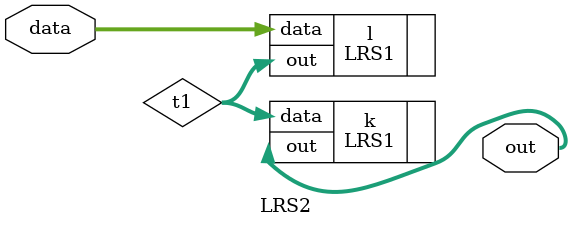
<source format=v>
module LRS2 (input [31:0] data, output [31:0] out);
   
   wire [31:0] t1;
   LRS1 l(.data(data),.out(t1));
   LRS1 k(.data(t1),.out(out));
   
endmodule 

</source>
